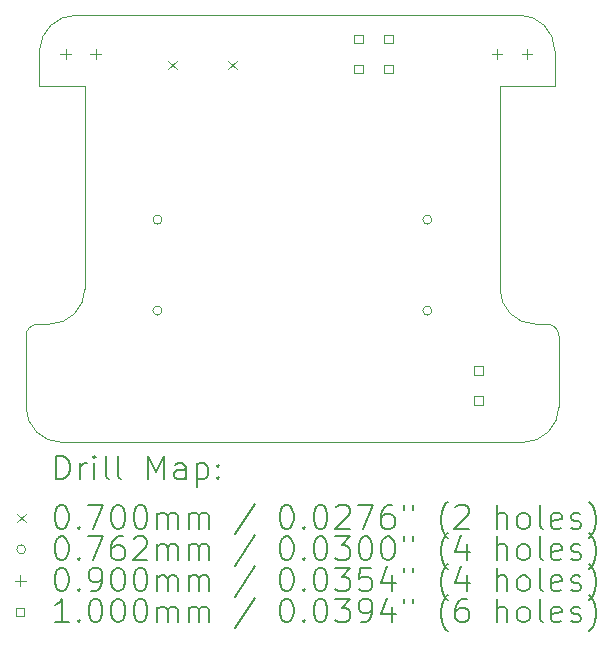
<source format=gbr>
%TF.GenerationSoftware,KiCad,Pcbnew,(6.0.11-0)*%
%TF.CreationDate,2023-11-06T17:50:55+10:00*%
%TF.ProjectId,GAUGE_Analog Instruments-12v,47415547-455f-4416-9e61-6c6f6720496e,rev?*%
%TF.SameCoordinates,Original*%
%TF.FileFunction,Drillmap*%
%TF.FilePolarity,Positive*%
%FSLAX45Y45*%
G04 Gerber Fmt 4.5, Leading zero omitted, Abs format (unit mm)*
G04 Created by KiCad (PCBNEW (6.0.11-0)) date 2023-11-06 17:50:55*
%MOMM*%
%LPD*%
G01*
G04 APERTURE LIST*
%ADD10C,0.050000*%
%ADD11C,0.200000*%
%ADD12C,0.070000*%
%ADD13C,0.076200*%
%ADD14C,0.090000*%
%ADD15C,0.100000*%
G04 APERTURE END LIST*
D10*
X16038428Y-11186795D02*
X19949125Y-11186795D01*
X19751552Y-8168457D02*
X19751552Y-9886795D01*
X19913274Y-7570545D02*
X16163304Y-7570545D01*
X20214382Y-7870607D02*
G75*
G03*
X19913274Y-7570545I-298622J1448D01*
G01*
X20214379Y-8168457D02*
X20214379Y-7870607D01*
X15738425Y-10886795D02*
G75*
G03*
X16038428Y-11186795I300005J5D01*
G01*
X15936002Y-10186795D02*
X15838428Y-10186795D01*
X19751552Y-8168457D02*
X20214379Y-8168457D01*
X19751555Y-9886795D02*
G75*
G03*
X20051552Y-10186795I299995J-5D01*
G01*
X16163304Y-7570542D02*
G75*
G03*
X15851551Y-7870545I-4J-311978D01*
G01*
X15738428Y-10886795D02*
X15738428Y-10286733D01*
X15851551Y-8168457D02*
X15851551Y-7870545D01*
X16236551Y-8168457D02*
X16236551Y-9886795D01*
X15838428Y-10186798D02*
G75*
G03*
X15738428Y-10286733I2J-100002D01*
G01*
X19949125Y-11186795D02*
G75*
G03*
X20249125Y-10886795I-5J300005D01*
G01*
X20051552Y-10186795D02*
X20149125Y-10186795D01*
X16236551Y-8168457D02*
X15851551Y-8168457D01*
X15936002Y-10186791D02*
G75*
G03*
X16236551Y-9886795I558J299991D01*
G01*
X20249135Y-10286795D02*
G75*
G03*
X20149125Y-10186795I-100005J-5D01*
G01*
X20249125Y-10886795D02*
X20249125Y-10286795D01*
D11*
D12*
X16942550Y-7958460D02*
X17012550Y-8028460D01*
X17012550Y-7958460D02*
X16942550Y-8028460D01*
X17450550Y-7958460D02*
X17520550Y-8028460D01*
X17520550Y-7958460D02*
X17450550Y-8028460D01*
D13*
X16889380Y-9301800D02*
G75*
G03*
X16889380Y-9301800I-38100J0D01*
G01*
X16889380Y-10071800D02*
G75*
G03*
X16889380Y-10071800I-38100J0D01*
G01*
X19174380Y-9301800D02*
G75*
G03*
X19174380Y-9301800I-38100J0D01*
G01*
X19174380Y-10071800D02*
G75*
G03*
X19174380Y-10071800I-38100J0D01*
G01*
D14*
X16075050Y-7853460D02*
X16075050Y-7943460D01*
X16030050Y-7898460D02*
X16120050Y-7898460D01*
X16329050Y-7853460D02*
X16329050Y-7943460D01*
X16284050Y-7898460D02*
X16374050Y-7898460D01*
X19725050Y-7853460D02*
X19725050Y-7943460D01*
X19680050Y-7898460D02*
X19770050Y-7898460D01*
X19979050Y-7853460D02*
X19979050Y-7943460D01*
X19934050Y-7898460D02*
X20024050Y-7898460D01*
D15*
X18588406Y-7807116D02*
X18588406Y-7736404D01*
X18517694Y-7736404D01*
X18517694Y-7807116D01*
X18588406Y-7807116D01*
X18588406Y-8061116D02*
X18588406Y-7990404D01*
X18517694Y-7990404D01*
X18517694Y-8061116D01*
X18588406Y-8061116D01*
X18842406Y-7807116D02*
X18842406Y-7736404D01*
X18771694Y-7736404D01*
X18771694Y-7807116D01*
X18842406Y-7807116D01*
X18842406Y-8061116D02*
X18842406Y-7990404D01*
X18771694Y-7990404D01*
X18771694Y-8061116D01*
X18842406Y-8061116D01*
X19604406Y-10614316D02*
X19604406Y-10543604D01*
X19533694Y-10543604D01*
X19533694Y-10614316D01*
X19604406Y-10614316D01*
X19604406Y-10868316D02*
X19604406Y-10797604D01*
X19533694Y-10797604D01*
X19533694Y-10868316D01*
X19604406Y-10868316D01*
D11*
X15993547Y-11499771D02*
X15993547Y-11299771D01*
X16041166Y-11299771D01*
X16069738Y-11309295D01*
X16088785Y-11328343D01*
X16098309Y-11347390D01*
X16107833Y-11385485D01*
X16107833Y-11414057D01*
X16098309Y-11452152D01*
X16088785Y-11471200D01*
X16069738Y-11490247D01*
X16041166Y-11499771D01*
X15993547Y-11499771D01*
X16193547Y-11499771D02*
X16193547Y-11366438D01*
X16193547Y-11404533D02*
X16203071Y-11385485D01*
X16212595Y-11375962D01*
X16231642Y-11366438D01*
X16250690Y-11366438D01*
X16317357Y-11499771D02*
X16317357Y-11366438D01*
X16317357Y-11299771D02*
X16307833Y-11309295D01*
X16317357Y-11318819D01*
X16326880Y-11309295D01*
X16317357Y-11299771D01*
X16317357Y-11318819D01*
X16441166Y-11499771D02*
X16422118Y-11490247D01*
X16412595Y-11471200D01*
X16412595Y-11299771D01*
X16545928Y-11499771D02*
X16526880Y-11490247D01*
X16517357Y-11471200D01*
X16517357Y-11299771D01*
X16774499Y-11499771D02*
X16774499Y-11299771D01*
X16841166Y-11442628D01*
X16907833Y-11299771D01*
X16907833Y-11499771D01*
X17088785Y-11499771D02*
X17088785Y-11395009D01*
X17079261Y-11375962D01*
X17060214Y-11366438D01*
X17022119Y-11366438D01*
X17003071Y-11375962D01*
X17088785Y-11490247D02*
X17069738Y-11499771D01*
X17022119Y-11499771D01*
X17003071Y-11490247D01*
X16993547Y-11471200D01*
X16993547Y-11452152D01*
X17003071Y-11433105D01*
X17022119Y-11423581D01*
X17069738Y-11423581D01*
X17088785Y-11414057D01*
X17184023Y-11366438D02*
X17184023Y-11566438D01*
X17184023Y-11375962D02*
X17203071Y-11366438D01*
X17241166Y-11366438D01*
X17260214Y-11375962D01*
X17269738Y-11385485D01*
X17279261Y-11404533D01*
X17279261Y-11461676D01*
X17269738Y-11480724D01*
X17260214Y-11490247D01*
X17241166Y-11499771D01*
X17203071Y-11499771D01*
X17184023Y-11490247D01*
X17364976Y-11480724D02*
X17374500Y-11490247D01*
X17364976Y-11499771D01*
X17355452Y-11490247D01*
X17364976Y-11480724D01*
X17364976Y-11499771D01*
X17364976Y-11375962D02*
X17374500Y-11385485D01*
X17364976Y-11395009D01*
X17355452Y-11385485D01*
X17364976Y-11375962D01*
X17364976Y-11395009D01*
D12*
X15665928Y-11794295D02*
X15735928Y-11864295D01*
X15735928Y-11794295D02*
X15665928Y-11864295D01*
D11*
X16031642Y-11719771D02*
X16050690Y-11719771D01*
X16069738Y-11729295D01*
X16079261Y-11738819D01*
X16088785Y-11757866D01*
X16098309Y-11795962D01*
X16098309Y-11843581D01*
X16088785Y-11881676D01*
X16079261Y-11900724D01*
X16069738Y-11910247D01*
X16050690Y-11919771D01*
X16031642Y-11919771D01*
X16012595Y-11910247D01*
X16003071Y-11900724D01*
X15993547Y-11881676D01*
X15984023Y-11843581D01*
X15984023Y-11795962D01*
X15993547Y-11757866D01*
X16003071Y-11738819D01*
X16012595Y-11729295D01*
X16031642Y-11719771D01*
X16184023Y-11900724D02*
X16193547Y-11910247D01*
X16184023Y-11919771D01*
X16174499Y-11910247D01*
X16184023Y-11900724D01*
X16184023Y-11919771D01*
X16260214Y-11719771D02*
X16393547Y-11719771D01*
X16307833Y-11919771D01*
X16507833Y-11719771D02*
X16526880Y-11719771D01*
X16545928Y-11729295D01*
X16555452Y-11738819D01*
X16564976Y-11757866D01*
X16574499Y-11795962D01*
X16574499Y-11843581D01*
X16564976Y-11881676D01*
X16555452Y-11900724D01*
X16545928Y-11910247D01*
X16526880Y-11919771D01*
X16507833Y-11919771D01*
X16488785Y-11910247D01*
X16479261Y-11900724D01*
X16469738Y-11881676D01*
X16460214Y-11843581D01*
X16460214Y-11795962D01*
X16469738Y-11757866D01*
X16479261Y-11738819D01*
X16488785Y-11729295D01*
X16507833Y-11719771D01*
X16698309Y-11719771D02*
X16717357Y-11719771D01*
X16736404Y-11729295D01*
X16745928Y-11738819D01*
X16755452Y-11757866D01*
X16764976Y-11795962D01*
X16764976Y-11843581D01*
X16755452Y-11881676D01*
X16745928Y-11900724D01*
X16736404Y-11910247D01*
X16717357Y-11919771D01*
X16698309Y-11919771D01*
X16679261Y-11910247D01*
X16669738Y-11900724D01*
X16660214Y-11881676D01*
X16650690Y-11843581D01*
X16650690Y-11795962D01*
X16660214Y-11757866D01*
X16669738Y-11738819D01*
X16679261Y-11729295D01*
X16698309Y-11719771D01*
X16850690Y-11919771D02*
X16850690Y-11786438D01*
X16850690Y-11805485D02*
X16860214Y-11795962D01*
X16879261Y-11786438D01*
X16907833Y-11786438D01*
X16926880Y-11795962D01*
X16936404Y-11815009D01*
X16936404Y-11919771D01*
X16936404Y-11815009D02*
X16945928Y-11795962D01*
X16964976Y-11786438D01*
X16993547Y-11786438D01*
X17012595Y-11795962D01*
X17022119Y-11815009D01*
X17022119Y-11919771D01*
X17117357Y-11919771D02*
X17117357Y-11786438D01*
X17117357Y-11805485D02*
X17126880Y-11795962D01*
X17145928Y-11786438D01*
X17174500Y-11786438D01*
X17193547Y-11795962D01*
X17203071Y-11815009D01*
X17203071Y-11919771D01*
X17203071Y-11815009D02*
X17212595Y-11795962D01*
X17231642Y-11786438D01*
X17260214Y-11786438D01*
X17279261Y-11795962D01*
X17288785Y-11815009D01*
X17288785Y-11919771D01*
X17679261Y-11710247D02*
X17507833Y-11967390D01*
X17936404Y-11719771D02*
X17955452Y-11719771D01*
X17974500Y-11729295D01*
X17984023Y-11738819D01*
X17993547Y-11757866D01*
X18003071Y-11795962D01*
X18003071Y-11843581D01*
X17993547Y-11881676D01*
X17984023Y-11900724D01*
X17974500Y-11910247D01*
X17955452Y-11919771D01*
X17936404Y-11919771D01*
X17917357Y-11910247D01*
X17907833Y-11900724D01*
X17898309Y-11881676D01*
X17888785Y-11843581D01*
X17888785Y-11795962D01*
X17898309Y-11757866D01*
X17907833Y-11738819D01*
X17917357Y-11729295D01*
X17936404Y-11719771D01*
X18088785Y-11900724D02*
X18098309Y-11910247D01*
X18088785Y-11919771D01*
X18079261Y-11910247D01*
X18088785Y-11900724D01*
X18088785Y-11919771D01*
X18222119Y-11719771D02*
X18241166Y-11719771D01*
X18260214Y-11729295D01*
X18269738Y-11738819D01*
X18279261Y-11757866D01*
X18288785Y-11795962D01*
X18288785Y-11843581D01*
X18279261Y-11881676D01*
X18269738Y-11900724D01*
X18260214Y-11910247D01*
X18241166Y-11919771D01*
X18222119Y-11919771D01*
X18203071Y-11910247D01*
X18193547Y-11900724D01*
X18184023Y-11881676D01*
X18174500Y-11843581D01*
X18174500Y-11795962D01*
X18184023Y-11757866D01*
X18193547Y-11738819D01*
X18203071Y-11729295D01*
X18222119Y-11719771D01*
X18364976Y-11738819D02*
X18374500Y-11729295D01*
X18393547Y-11719771D01*
X18441166Y-11719771D01*
X18460214Y-11729295D01*
X18469738Y-11738819D01*
X18479261Y-11757866D01*
X18479261Y-11776914D01*
X18469738Y-11805485D01*
X18355452Y-11919771D01*
X18479261Y-11919771D01*
X18545928Y-11719771D02*
X18679261Y-11719771D01*
X18593547Y-11919771D01*
X18841166Y-11719771D02*
X18803071Y-11719771D01*
X18784023Y-11729295D01*
X18774500Y-11738819D01*
X18755452Y-11767390D01*
X18745928Y-11805485D01*
X18745928Y-11881676D01*
X18755452Y-11900724D01*
X18764976Y-11910247D01*
X18784023Y-11919771D01*
X18822119Y-11919771D01*
X18841166Y-11910247D01*
X18850690Y-11900724D01*
X18860214Y-11881676D01*
X18860214Y-11834057D01*
X18850690Y-11815009D01*
X18841166Y-11805485D01*
X18822119Y-11795962D01*
X18784023Y-11795962D01*
X18764976Y-11805485D01*
X18755452Y-11815009D01*
X18745928Y-11834057D01*
X18936404Y-11719771D02*
X18936404Y-11757866D01*
X19012595Y-11719771D02*
X19012595Y-11757866D01*
X19307833Y-11995962D02*
X19298309Y-11986438D01*
X19279261Y-11957866D01*
X19269738Y-11938819D01*
X19260214Y-11910247D01*
X19250690Y-11862628D01*
X19250690Y-11824533D01*
X19260214Y-11776914D01*
X19269738Y-11748343D01*
X19279261Y-11729295D01*
X19298309Y-11700724D01*
X19307833Y-11691200D01*
X19374500Y-11738819D02*
X19384023Y-11729295D01*
X19403071Y-11719771D01*
X19450690Y-11719771D01*
X19469738Y-11729295D01*
X19479261Y-11738819D01*
X19488785Y-11757866D01*
X19488785Y-11776914D01*
X19479261Y-11805485D01*
X19364976Y-11919771D01*
X19488785Y-11919771D01*
X19726880Y-11919771D02*
X19726880Y-11719771D01*
X19812595Y-11919771D02*
X19812595Y-11815009D01*
X19803071Y-11795962D01*
X19784023Y-11786438D01*
X19755452Y-11786438D01*
X19736404Y-11795962D01*
X19726880Y-11805485D01*
X19936404Y-11919771D02*
X19917357Y-11910247D01*
X19907833Y-11900724D01*
X19898309Y-11881676D01*
X19898309Y-11824533D01*
X19907833Y-11805485D01*
X19917357Y-11795962D01*
X19936404Y-11786438D01*
X19964976Y-11786438D01*
X19984023Y-11795962D01*
X19993547Y-11805485D01*
X20003071Y-11824533D01*
X20003071Y-11881676D01*
X19993547Y-11900724D01*
X19984023Y-11910247D01*
X19964976Y-11919771D01*
X19936404Y-11919771D01*
X20117357Y-11919771D02*
X20098309Y-11910247D01*
X20088785Y-11891200D01*
X20088785Y-11719771D01*
X20269738Y-11910247D02*
X20250690Y-11919771D01*
X20212595Y-11919771D01*
X20193547Y-11910247D01*
X20184023Y-11891200D01*
X20184023Y-11815009D01*
X20193547Y-11795962D01*
X20212595Y-11786438D01*
X20250690Y-11786438D01*
X20269738Y-11795962D01*
X20279261Y-11815009D01*
X20279261Y-11834057D01*
X20184023Y-11853105D01*
X20355452Y-11910247D02*
X20374500Y-11919771D01*
X20412595Y-11919771D01*
X20431642Y-11910247D01*
X20441166Y-11891200D01*
X20441166Y-11881676D01*
X20431642Y-11862628D01*
X20412595Y-11853105D01*
X20384023Y-11853105D01*
X20364976Y-11843581D01*
X20355452Y-11824533D01*
X20355452Y-11815009D01*
X20364976Y-11795962D01*
X20384023Y-11786438D01*
X20412595Y-11786438D01*
X20431642Y-11795962D01*
X20507833Y-11995962D02*
X20517357Y-11986438D01*
X20536404Y-11957866D01*
X20545928Y-11938819D01*
X20555452Y-11910247D01*
X20564976Y-11862628D01*
X20564976Y-11824533D01*
X20555452Y-11776914D01*
X20545928Y-11748343D01*
X20536404Y-11729295D01*
X20517357Y-11700724D01*
X20507833Y-11691200D01*
D13*
X15735928Y-12093295D02*
G75*
G03*
X15735928Y-12093295I-38100J0D01*
G01*
D11*
X16031642Y-11983771D02*
X16050690Y-11983771D01*
X16069738Y-11993295D01*
X16079261Y-12002819D01*
X16088785Y-12021866D01*
X16098309Y-12059962D01*
X16098309Y-12107581D01*
X16088785Y-12145676D01*
X16079261Y-12164724D01*
X16069738Y-12174247D01*
X16050690Y-12183771D01*
X16031642Y-12183771D01*
X16012595Y-12174247D01*
X16003071Y-12164724D01*
X15993547Y-12145676D01*
X15984023Y-12107581D01*
X15984023Y-12059962D01*
X15993547Y-12021866D01*
X16003071Y-12002819D01*
X16012595Y-11993295D01*
X16031642Y-11983771D01*
X16184023Y-12164724D02*
X16193547Y-12174247D01*
X16184023Y-12183771D01*
X16174499Y-12174247D01*
X16184023Y-12164724D01*
X16184023Y-12183771D01*
X16260214Y-11983771D02*
X16393547Y-11983771D01*
X16307833Y-12183771D01*
X16555452Y-11983771D02*
X16517357Y-11983771D01*
X16498309Y-11993295D01*
X16488785Y-12002819D01*
X16469738Y-12031390D01*
X16460214Y-12069485D01*
X16460214Y-12145676D01*
X16469738Y-12164724D01*
X16479261Y-12174247D01*
X16498309Y-12183771D01*
X16536404Y-12183771D01*
X16555452Y-12174247D01*
X16564976Y-12164724D01*
X16574499Y-12145676D01*
X16574499Y-12098057D01*
X16564976Y-12079009D01*
X16555452Y-12069485D01*
X16536404Y-12059962D01*
X16498309Y-12059962D01*
X16479261Y-12069485D01*
X16469738Y-12079009D01*
X16460214Y-12098057D01*
X16650690Y-12002819D02*
X16660214Y-11993295D01*
X16679261Y-11983771D01*
X16726880Y-11983771D01*
X16745928Y-11993295D01*
X16755452Y-12002819D01*
X16764976Y-12021866D01*
X16764976Y-12040914D01*
X16755452Y-12069485D01*
X16641166Y-12183771D01*
X16764976Y-12183771D01*
X16850690Y-12183771D02*
X16850690Y-12050438D01*
X16850690Y-12069485D02*
X16860214Y-12059962D01*
X16879261Y-12050438D01*
X16907833Y-12050438D01*
X16926880Y-12059962D01*
X16936404Y-12079009D01*
X16936404Y-12183771D01*
X16936404Y-12079009D02*
X16945928Y-12059962D01*
X16964976Y-12050438D01*
X16993547Y-12050438D01*
X17012595Y-12059962D01*
X17022119Y-12079009D01*
X17022119Y-12183771D01*
X17117357Y-12183771D02*
X17117357Y-12050438D01*
X17117357Y-12069485D02*
X17126880Y-12059962D01*
X17145928Y-12050438D01*
X17174500Y-12050438D01*
X17193547Y-12059962D01*
X17203071Y-12079009D01*
X17203071Y-12183771D01*
X17203071Y-12079009D02*
X17212595Y-12059962D01*
X17231642Y-12050438D01*
X17260214Y-12050438D01*
X17279261Y-12059962D01*
X17288785Y-12079009D01*
X17288785Y-12183771D01*
X17679261Y-11974247D02*
X17507833Y-12231390D01*
X17936404Y-11983771D02*
X17955452Y-11983771D01*
X17974500Y-11993295D01*
X17984023Y-12002819D01*
X17993547Y-12021866D01*
X18003071Y-12059962D01*
X18003071Y-12107581D01*
X17993547Y-12145676D01*
X17984023Y-12164724D01*
X17974500Y-12174247D01*
X17955452Y-12183771D01*
X17936404Y-12183771D01*
X17917357Y-12174247D01*
X17907833Y-12164724D01*
X17898309Y-12145676D01*
X17888785Y-12107581D01*
X17888785Y-12059962D01*
X17898309Y-12021866D01*
X17907833Y-12002819D01*
X17917357Y-11993295D01*
X17936404Y-11983771D01*
X18088785Y-12164724D02*
X18098309Y-12174247D01*
X18088785Y-12183771D01*
X18079261Y-12174247D01*
X18088785Y-12164724D01*
X18088785Y-12183771D01*
X18222119Y-11983771D02*
X18241166Y-11983771D01*
X18260214Y-11993295D01*
X18269738Y-12002819D01*
X18279261Y-12021866D01*
X18288785Y-12059962D01*
X18288785Y-12107581D01*
X18279261Y-12145676D01*
X18269738Y-12164724D01*
X18260214Y-12174247D01*
X18241166Y-12183771D01*
X18222119Y-12183771D01*
X18203071Y-12174247D01*
X18193547Y-12164724D01*
X18184023Y-12145676D01*
X18174500Y-12107581D01*
X18174500Y-12059962D01*
X18184023Y-12021866D01*
X18193547Y-12002819D01*
X18203071Y-11993295D01*
X18222119Y-11983771D01*
X18355452Y-11983771D02*
X18479261Y-11983771D01*
X18412595Y-12059962D01*
X18441166Y-12059962D01*
X18460214Y-12069485D01*
X18469738Y-12079009D01*
X18479261Y-12098057D01*
X18479261Y-12145676D01*
X18469738Y-12164724D01*
X18460214Y-12174247D01*
X18441166Y-12183771D01*
X18384023Y-12183771D01*
X18364976Y-12174247D01*
X18355452Y-12164724D01*
X18603071Y-11983771D02*
X18622119Y-11983771D01*
X18641166Y-11993295D01*
X18650690Y-12002819D01*
X18660214Y-12021866D01*
X18669738Y-12059962D01*
X18669738Y-12107581D01*
X18660214Y-12145676D01*
X18650690Y-12164724D01*
X18641166Y-12174247D01*
X18622119Y-12183771D01*
X18603071Y-12183771D01*
X18584023Y-12174247D01*
X18574500Y-12164724D01*
X18564976Y-12145676D01*
X18555452Y-12107581D01*
X18555452Y-12059962D01*
X18564976Y-12021866D01*
X18574500Y-12002819D01*
X18584023Y-11993295D01*
X18603071Y-11983771D01*
X18793547Y-11983771D02*
X18812595Y-11983771D01*
X18831642Y-11993295D01*
X18841166Y-12002819D01*
X18850690Y-12021866D01*
X18860214Y-12059962D01*
X18860214Y-12107581D01*
X18850690Y-12145676D01*
X18841166Y-12164724D01*
X18831642Y-12174247D01*
X18812595Y-12183771D01*
X18793547Y-12183771D01*
X18774500Y-12174247D01*
X18764976Y-12164724D01*
X18755452Y-12145676D01*
X18745928Y-12107581D01*
X18745928Y-12059962D01*
X18755452Y-12021866D01*
X18764976Y-12002819D01*
X18774500Y-11993295D01*
X18793547Y-11983771D01*
X18936404Y-11983771D02*
X18936404Y-12021866D01*
X19012595Y-11983771D02*
X19012595Y-12021866D01*
X19307833Y-12259962D02*
X19298309Y-12250438D01*
X19279261Y-12221866D01*
X19269738Y-12202819D01*
X19260214Y-12174247D01*
X19250690Y-12126628D01*
X19250690Y-12088533D01*
X19260214Y-12040914D01*
X19269738Y-12012343D01*
X19279261Y-11993295D01*
X19298309Y-11964724D01*
X19307833Y-11955200D01*
X19469738Y-12050438D02*
X19469738Y-12183771D01*
X19422119Y-11974247D02*
X19374500Y-12117105D01*
X19498309Y-12117105D01*
X19726880Y-12183771D02*
X19726880Y-11983771D01*
X19812595Y-12183771D02*
X19812595Y-12079009D01*
X19803071Y-12059962D01*
X19784023Y-12050438D01*
X19755452Y-12050438D01*
X19736404Y-12059962D01*
X19726880Y-12069485D01*
X19936404Y-12183771D02*
X19917357Y-12174247D01*
X19907833Y-12164724D01*
X19898309Y-12145676D01*
X19898309Y-12088533D01*
X19907833Y-12069485D01*
X19917357Y-12059962D01*
X19936404Y-12050438D01*
X19964976Y-12050438D01*
X19984023Y-12059962D01*
X19993547Y-12069485D01*
X20003071Y-12088533D01*
X20003071Y-12145676D01*
X19993547Y-12164724D01*
X19984023Y-12174247D01*
X19964976Y-12183771D01*
X19936404Y-12183771D01*
X20117357Y-12183771D02*
X20098309Y-12174247D01*
X20088785Y-12155200D01*
X20088785Y-11983771D01*
X20269738Y-12174247D02*
X20250690Y-12183771D01*
X20212595Y-12183771D01*
X20193547Y-12174247D01*
X20184023Y-12155200D01*
X20184023Y-12079009D01*
X20193547Y-12059962D01*
X20212595Y-12050438D01*
X20250690Y-12050438D01*
X20269738Y-12059962D01*
X20279261Y-12079009D01*
X20279261Y-12098057D01*
X20184023Y-12117105D01*
X20355452Y-12174247D02*
X20374500Y-12183771D01*
X20412595Y-12183771D01*
X20431642Y-12174247D01*
X20441166Y-12155200D01*
X20441166Y-12145676D01*
X20431642Y-12126628D01*
X20412595Y-12117105D01*
X20384023Y-12117105D01*
X20364976Y-12107581D01*
X20355452Y-12088533D01*
X20355452Y-12079009D01*
X20364976Y-12059962D01*
X20384023Y-12050438D01*
X20412595Y-12050438D01*
X20431642Y-12059962D01*
X20507833Y-12259962D02*
X20517357Y-12250438D01*
X20536404Y-12221866D01*
X20545928Y-12202819D01*
X20555452Y-12174247D01*
X20564976Y-12126628D01*
X20564976Y-12088533D01*
X20555452Y-12040914D01*
X20545928Y-12012343D01*
X20536404Y-11993295D01*
X20517357Y-11964724D01*
X20507833Y-11955200D01*
D14*
X15690928Y-12312295D02*
X15690928Y-12402295D01*
X15645928Y-12357295D02*
X15735928Y-12357295D01*
D11*
X16031642Y-12247771D02*
X16050690Y-12247771D01*
X16069738Y-12257295D01*
X16079261Y-12266819D01*
X16088785Y-12285866D01*
X16098309Y-12323962D01*
X16098309Y-12371581D01*
X16088785Y-12409676D01*
X16079261Y-12428724D01*
X16069738Y-12438247D01*
X16050690Y-12447771D01*
X16031642Y-12447771D01*
X16012595Y-12438247D01*
X16003071Y-12428724D01*
X15993547Y-12409676D01*
X15984023Y-12371581D01*
X15984023Y-12323962D01*
X15993547Y-12285866D01*
X16003071Y-12266819D01*
X16012595Y-12257295D01*
X16031642Y-12247771D01*
X16184023Y-12428724D02*
X16193547Y-12438247D01*
X16184023Y-12447771D01*
X16174499Y-12438247D01*
X16184023Y-12428724D01*
X16184023Y-12447771D01*
X16288785Y-12447771D02*
X16326880Y-12447771D01*
X16345928Y-12438247D01*
X16355452Y-12428724D01*
X16374499Y-12400152D01*
X16384023Y-12362057D01*
X16384023Y-12285866D01*
X16374499Y-12266819D01*
X16364976Y-12257295D01*
X16345928Y-12247771D01*
X16307833Y-12247771D01*
X16288785Y-12257295D01*
X16279261Y-12266819D01*
X16269738Y-12285866D01*
X16269738Y-12333485D01*
X16279261Y-12352533D01*
X16288785Y-12362057D01*
X16307833Y-12371581D01*
X16345928Y-12371581D01*
X16364976Y-12362057D01*
X16374499Y-12352533D01*
X16384023Y-12333485D01*
X16507833Y-12247771D02*
X16526880Y-12247771D01*
X16545928Y-12257295D01*
X16555452Y-12266819D01*
X16564976Y-12285866D01*
X16574499Y-12323962D01*
X16574499Y-12371581D01*
X16564976Y-12409676D01*
X16555452Y-12428724D01*
X16545928Y-12438247D01*
X16526880Y-12447771D01*
X16507833Y-12447771D01*
X16488785Y-12438247D01*
X16479261Y-12428724D01*
X16469738Y-12409676D01*
X16460214Y-12371581D01*
X16460214Y-12323962D01*
X16469738Y-12285866D01*
X16479261Y-12266819D01*
X16488785Y-12257295D01*
X16507833Y-12247771D01*
X16698309Y-12247771D02*
X16717357Y-12247771D01*
X16736404Y-12257295D01*
X16745928Y-12266819D01*
X16755452Y-12285866D01*
X16764976Y-12323962D01*
X16764976Y-12371581D01*
X16755452Y-12409676D01*
X16745928Y-12428724D01*
X16736404Y-12438247D01*
X16717357Y-12447771D01*
X16698309Y-12447771D01*
X16679261Y-12438247D01*
X16669738Y-12428724D01*
X16660214Y-12409676D01*
X16650690Y-12371581D01*
X16650690Y-12323962D01*
X16660214Y-12285866D01*
X16669738Y-12266819D01*
X16679261Y-12257295D01*
X16698309Y-12247771D01*
X16850690Y-12447771D02*
X16850690Y-12314438D01*
X16850690Y-12333485D02*
X16860214Y-12323962D01*
X16879261Y-12314438D01*
X16907833Y-12314438D01*
X16926880Y-12323962D01*
X16936404Y-12343009D01*
X16936404Y-12447771D01*
X16936404Y-12343009D02*
X16945928Y-12323962D01*
X16964976Y-12314438D01*
X16993547Y-12314438D01*
X17012595Y-12323962D01*
X17022119Y-12343009D01*
X17022119Y-12447771D01*
X17117357Y-12447771D02*
X17117357Y-12314438D01*
X17117357Y-12333485D02*
X17126880Y-12323962D01*
X17145928Y-12314438D01*
X17174500Y-12314438D01*
X17193547Y-12323962D01*
X17203071Y-12343009D01*
X17203071Y-12447771D01*
X17203071Y-12343009D02*
X17212595Y-12323962D01*
X17231642Y-12314438D01*
X17260214Y-12314438D01*
X17279261Y-12323962D01*
X17288785Y-12343009D01*
X17288785Y-12447771D01*
X17679261Y-12238247D02*
X17507833Y-12495390D01*
X17936404Y-12247771D02*
X17955452Y-12247771D01*
X17974500Y-12257295D01*
X17984023Y-12266819D01*
X17993547Y-12285866D01*
X18003071Y-12323962D01*
X18003071Y-12371581D01*
X17993547Y-12409676D01*
X17984023Y-12428724D01*
X17974500Y-12438247D01*
X17955452Y-12447771D01*
X17936404Y-12447771D01*
X17917357Y-12438247D01*
X17907833Y-12428724D01*
X17898309Y-12409676D01*
X17888785Y-12371581D01*
X17888785Y-12323962D01*
X17898309Y-12285866D01*
X17907833Y-12266819D01*
X17917357Y-12257295D01*
X17936404Y-12247771D01*
X18088785Y-12428724D02*
X18098309Y-12438247D01*
X18088785Y-12447771D01*
X18079261Y-12438247D01*
X18088785Y-12428724D01*
X18088785Y-12447771D01*
X18222119Y-12247771D02*
X18241166Y-12247771D01*
X18260214Y-12257295D01*
X18269738Y-12266819D01*
X18279261Y-12285866D01*
X18288785Y-12323962D01*
X18288785Y-12371581D01*
X18279261Y-12409676D01*
X18269738Y-12428724D01*
X18260214Y-12438247D01*
X18241166Y-12447771D01*
X18222119Y-12447771D01*
X18203071Y-12438247D01*
X18193547Y-12428724D01*
X18184023Y-12409676D01*
X18174500Y-12371581D01*
X18174500Y-12323962D01*
X18184023Y-12285866D01*
X18193547Y-12266819D01*
X18203071Y-12257295D01*
X18222119Y-12247771D01*
X18355452Y-12247771D02*
X18479261Y-12247771D01*
X18412595Y-12323962D01*
X18441166Y-12323962D01*
X18460214Y-12333485D01*
X18469738Y-12343009D01*
X18479261Y-12362057D01*
X18479261Y-12409676D01*
X18469738Y-12428724D01*
X18460214Y-12438247D01*
X18441166Y-12447771D01*
X18384023Y-12447771D01*
X18364976Y-12438247D01*
X18355452Y-12428724D01*
X18660214Y-12247771D02*
X18564976Y-12247771D01*
X18555452Y-12343009D01*
X18564976Y-12333485D01*
X18584023Y-12323962D01*
X18631642Y-12323962D01*
X18650690Y-12333485D01*
X18660214Y-12343009D01*
X18669738Y-12362057D01*
X18669738Y-12409676D01*
X18660214Y-12428724D01*
X18650690Y-12438247D01*
X18631642Y-12447771D01*
X18584023Y-12447771D01*
X18564976Y-12438247D01*
X18555452Y-12428724D01*
X18841166Y-12314438D02*
X18841166Y-12447771D01*
X18793547Y-12238247D02*
X18745928Y-12381105D01*
X18869738Y-12381105D01*
X18936404Y-12247771D02*
X18936404Y-12285866D01*
X19012595Y-12247771D02*
X19012595Y-12285866D01*
X19307833Y-12523962D02*
X19298309Y-12514438D01*
X19279261Y-12485866D01*
X19269738Y-12466819D01*
X19260214Y-12438247D01*
X19250690Y-12390628D01*
X19250690Y-12352533D01*
X19260214Y-12304914D01*
X19269738Y-12276343D01*
X19279261Y-12257295D01*
X19298309Y-12228724D01*
X19307833Y-12219200D01*
X19469738Y-12314438D02*
X19469738Y-12447771D01*
X19422119Y-12238247D02*
X19374500Y-12381105D01*
X19498309Y-12381105D01*
X19726880Y-12447771D02*
X19726880Y-12247771D01*
X19812595Y-12447771D02*
X19812595Y-12343009D01*
X19803071Y-12323962D01*
X19784023Y-12314438D01*
X19755452Y-12314438D01*
X19736404Y-12323962D01*
X19726880Y-12333485D01*
X19936404Y-12447771D02*
X19917357Y-12438247D01*
X19907833Y-12428724D01*
X19898309Y-12409676D01*
X19898309Y-12352533D01*
X19907833Y-12333485D01*
X19917357Y-12323962D01*
X19936404Y-12314438D01*
X19964976Y-12314438D01*
X19984023Y-12323962D01*
X19993547Y-12333485D01*
X20003071Y-12352533D01*
X20003071Y-12409676D01*
X19993547Y-12428724D01*
X19984023Y-12438247D01*
X19964976Y-12447771D01*
X19936404Y-12447771D01*
X20117357Y-12447771D02*
X20098309Y-12438247D01*
X20088785Y-12419200D01*
X20088785Y-12247771D01*
X20269738Y-12438247D02*
X20250690Y-12447771D01*
X20212595Y-12447771D01*
X20193547Y-12438247D01*
X20184023Y-12419200D01*
X20184023Y-12343009D01*
X20193547Y-12323962D01*
X20212595Y-12314438D01*
X20250690Y-12314438D01*
X20269738Y-12323962D01*
X20279261Y-12343009D01*
X20279261Y-12362057D01*
X20184023Y-12381105D01*
X20355452Y-12438247D02*
X20374500Y-12447771D01*
X20412595Y-12447771D01*
X20431642Y-12438247D01*
X20441166Y-12419200D01*
X20441166Y-12409676D01*
X20431642Y-12390628D01*
X20412595Y-12381105D01*
X20384023Y-12381105D01*
X20364976Y-12371581D01*
X20355452Y-12352533D01*
X20355452Y-12343009D01*
X20364976Y-12323962D01*
X20384023Y-12314438D01*
X20412595Y-12314438D01*
X20431642Y-12323962D01*
X20507833Y-12523962D02*
X20517357Y-12514438D01*
X20536404Y-12485866D01*
X20545928Y-12466819D01*
X20555452Y-12438247D01*
X20564976Y-12390628D01*
X20564976Y-12352533D01*
X20555452Y-12304914D01*
X20545928Y-12276343D01*
X20536404Y-12257295D01*
X20517357Y-12228724D01*
X20507833Y-12219200D01*
D15*
X15721284Y-12656651D02*
X15721284Y-12585939D01*
X15650572Y-12585939D01*
X15650572Y-12656651D01*
X15721284Y-12656651D01*
D11*
X16098309Y-12711771D02*
X15984023Y-12711771D01*
X16041166Y-12711771D02*
X16041166Y-12511771D01*
X16022118Y-12540343D01*
X16003071Y-12559390D01*
X15984023Y-12568914D01*
X16184023Y-12692724D02*
X16193547Y-12702247D01*
X16184023Y-12711771D01*
X16174499Y-12702247D01*
X16184023Y-12692724D01*
X16184023Y-12711771D01*
X16317357Y-12511771D02*
X16336404Y-12511771D01*
X16355452Y-12521295D01*
X16364976Y-12530819D01*
X16374499Y-12549866D01*
X16384023Y-12587962D01*
X16384023Y-12635581D01*
X16374499Y-12673676D01*
X16364976Y-12692724D01*
X16355452Y-12702247D01*
X16336404Y-12711771D01*
X16317357Y-12711771D01*
X16298309Y-12702247D01*
X16288785Y-12692724D01*
X16279261Y-12673676D01*
X16269738Y-12635581D01*
X16269738Y-12587962D01*
X16279261Y-12549866D01*
X16288785Y-12530819D01*
X16298309Y-12521295D01*
X16317357Y-12511771D01*
X16507833Y-12511771D02*
X16526880Y-12511771D01*
X16545928Y-12521295D01*
X16555452Y-12530819D01*
X16564976Y-12549866D01*
X16574499Y-12587962D01*
X16574499Y-12635581D01*
X16564976Y-12673676D01*
X16555452Y-12692724D01*
X16545928Y-12702247D01*
X16526880Y-12711771D01*
X16507833Y-12711771D01*
X16488785Y-12702247D01*
X16479261Y-12692724D01*
X16469738Y-12673676D01*
X16460214Y-12635581D01*
X16460214Y-12587962D01*
X16469738Y-12549866D01*
X16479261Y-12530819D01*
X16488785Y-12521295D01*
X16507833Y-12511771D01*
X16698309Y-12511771D02*
X16717357Y-12511771D01*
X16736404Y-12521295D01*
X16745928Y-12530819D01*
X16755452Y-12549866D01*
X16764976Y-12587962D01*
X16764976Y-12635581D01*
X16755452Y-12673676D01*
X16745928Y-12692724D01*
X16736404Y-12702247D01*
X16717357Y-12711771D01*
X16698309Y-12711771D01*
X16679261Y-12702247D01*
X16669738Y-12692724D01*
X16660214Y-12673676D01*
X16650690Y-12635581D01*
X16650690Y-12587962D01*
X16660214Y-12549866D01*
X16669738Y-12530819D01*
X16679261Y-12521295D01*
X16698309Y-12511771D01*
X16850690Y-12711771D02*
X16850690Y-12578438D01*
X16850690Y-12597485D02*
X16860214Y-12587962D01*
X16879261Y-12578438D01*
X16907833Y-12578438D01*
X16926880Y-12587962D01*
X16936404Y-12607009D01*
X16936404Y-12711771D01*
X16936404Y-12607009D02*
X16945928Y-12587962D01*
X16964976Y-12578438D01*
X16993547Y-12578438D01*
X17012595Y-12587962D01*
X17022119Y-12607009D01*
X17022119Y-12711771D01*
X17117357Y-12711771D02*
X17117357Y-12578438D01*
X17117357Y-12597485D02*
X17126880Y-12587962D01*
X17145928Y-12578438D01*
X17174500Y-12578438D01*
X17193547Y-12587962D01*
X17203071Y-12607009D01*
X17203071Y-12711771D01*
X17203071Y-12607009D02*
X17212595Y-12587962D01*
X17231642Y-12578438D01*
X17260214Y-12578438D01*
X17279261Y-12587962D01*
X17288785Y-12607009D01*
X17288785Y-12711771D01*
X17679261Y-12502247D02*
X17507833Y-12759390D01*
X17936404Y-12511771D02*
X17955452Y-12511771D01*
X17974500Y-12521295D01*
X17984023Y-12530819D01*
X17993547Y-12549866D01*
X18003071Y-12587962D01*
X18003071Y-12635581D01*
X17993547Y-12673676D01*
X17984023Y-12692724D01*
X17974500Y-12702247D01*
X17955452Y-12711771D01*
X17936404Y-12711771D01*
X17917357Y-12702247D01*
X17907833Y-12692724D01*
X17898309Y-12673676D01*
X17888785Y-12635581D01*
X17888785Y-12587962D01*
X17898309Y-12549866D01*
X17907833Y-12530819D01*
X17917357Y-12521295D01*
X17936404Y-12511771D01*
X18088785Y-12692724D02*
X18098309Y-12702247D01*
X18088785Y-12711771D01*
X18079261Y-12702247D01*
X18088785Y-12692724D01*
X18088785Y-12711771D01*
X18222119Y-12511771D02*
X18241166Y-12511771D01*
X18260214Y-12521295D01*
X18269738Y-12530819D01*
X18279261Y-12549866D01*
X18288785Y-12587962D01*
X18288785Y-12635581D01*
X18279261Y-12673676D01*
X18269738Y-12692724D01*
X18260214Y-12702247D01*
X18241166Y-12711771D01*
X18222119Y-12711771D01*
X18203071Y-12702247D01*
X18193547Y-12692724D01*
X18184023Y-12673676D01*
X18174500Y-12635581D01*
X18174500Y-12587962D01*
X18184023Y-12549866D01*
X18193547Y-12530819D01*
X18203071Y-12521295D01*
X18222119Y-12511771D01*
X18355452Y-12511771D02*
X18479261Y-12511771D01*
X18412595Y-12587962D01*
X18441166Y-12587962D01*
X18460214Y-12597485D01*
X18469738Y-12607009D01*
X18479261Y-12626057D01*
X18479261Y-12673676D01*
X18469738Y-12692724D01*
X18460214Y-12702247D01*
X18441166Y-12711771D01*
X18384023Y-12711771D01*
X18364976Y-12702247D01*
X18355452Y-12692724D01*
X18574500Y-12711771D02*
X18612595Y-12711771D01*
X18631642Y-12702247D01*
X18641166Y-12692724D01*
X18660214Y-12664152D01*
X18669738Y-12626057D01*
X18669738Y-12549866D01*
X18660214Y-12530819D01*
X18650690Y-12521295D01*
X18631642Y-12511771D01*
X18593547Y-12511771D01*
X18574500Y-12521295D01*
X18564976Y-12530819D01*
X18555452Y-12549866D01*
X18555452Y-12597485D01*
X18564976Y-12616533D01*
X18574500Y-12626057D01*
X18593547Y-12635581D01*
X18631642Y-12635581D01*
X18650690Y-12626057D01*
X18660214Y-12616533D01*
X18669738Y-12597485D01*
X18841166Y-12578438D02*
X18841166Y-12711771D01*
X18793547Y-12502247D02*
X18745928Y-12645105D01*
X18869738Y-12645105D01*
X18936404Y-12511771D02*
X18936404Y-12549866D01*
X19012595Y-12511771D02*
X19012595Y-12549866D01*
X19307833Y-12787962D02*
X19298309Y-12778438D01*
X19279261Y-12749866D01*
X19269738Y-12730819D01*
X19260214Y-12702247D01*
X19250690Y-12654628D01*
X19250690Y-12616533D01*
X19260214Y-12568914D01*
X19269738Y-12540343D01*
X19279261Y-12521295D01*
X19298309Y-12492724D01*
X19307833Y-12483200D01*
X19469738Y-12511771D02*
X19431642Y-12511771D01*
X19412595Y-12521295D01*
X19403071Y-12530819D01*
X19384023Y-12559390D01*
X19374500Y-12597485D01*
X19374500Y-12673676D01*
X19384023Y-12692724D01*
X19393547Y-12702247D01*
X19412595Y-12711771D01*
X19450690Y-12711771D01*
X19469738Y-12702247D01*
X19479261Y-12692724D01*
X19488785Y-12673676D01*
X19488785Y-12626057D01*
X19479261Y-12607009D01*
X19469738Y-12597485D01*
X19450690Y-12587962D01*
X19412595Y-12587962D01*
X19393547Y-12597485D01*
X19384023Y-12607009D01*
X19374500Y-12626057D01*
X19726880Y-12711771D02*
X19726880Y-12511771D01*
X19812595Y-12711771D02*
X19812595Y-12607009D01*
X19803071Y-12587962D01*
X19784023Y-12578438D01*
X19755452Y-12578438D01*
X19736404Y-12587962D01*
X19726880Y-12597485D01*
X19936404Y-12711771D02*
X19917357Y-12702247D01*
X19907833Y-12692724D01*
X19898309Y-12673676D01*
X19898309Y-12616533D01*
X19907833Y-12597485D01*
X19917357Y-12587962D01*
X19936404Y-12578438D01*
X19964976Y-12578438D01*
X19984023Y-12587962D01*
X19993547Y-12597485D01*
X20003071Y-12616533D01*
X20003071Y-12673676D01*
X19993547Y-12692724D01*
X19984023Y-12702247D01*
X19964976Y-12711771D01*
X19936404Y-12711771D01*
X20117357Y-12711771D02*
X20098309Y-12702247D01*
X20088785Y-12683200D01*
X20088785Y-12511771D01*
X20269738Y-12702247D02*
X20250690Y-12711771D01*
X20212595Y-12711771D01*
X20193547Y-12702247D01*
X20184023Y-12683200D01*
X20184023Y-12607009D01*
X20193547Y-12587962D01*
X20212595Y-12578438D01*
X20250690Y-12578438D01*
X20269738Y-12587962D01*
X20279261Y-12607009D01*
X20279261Y-12626057D01*
X20184023Y-12645105D01*
X20355452Y-12702247D02*
X20374500Y-12711771D01*
X20412595Y-12711771D01*
X20431642Y-12702247D01*
X20441166Y-12683200D01*
X20441166Y-12673676D01*
X20431642Y-12654628D01*
X20412595Y-12645105D01*
X20384023Y-12645105D01*
X20364976Y-12635581D01*
X20355452Y-12616533D01*
X20355452Y-12607009D01*
X20364976Y-12587962D01*
X20384023Y-12578438D01*
X20412595Y-12578438D01*
X20431642Y-12587962D01*
X20507833Y-12787962D02*
X20517357Y-12778438D01*
X20536404Y-12749866D01*
X20545928Y-12730819D01*
X20555452Y-12702247D01*
X20564976Y-12654628D01*
X20564976Y-12616533D01*
X20555452Y-12568914D01*
X20545928Y-12540343D01*
X20536404Y-12521295D01*
X20517357Y-12492724D01*
X20507833Y-12483200D01*
M02*

</source>
